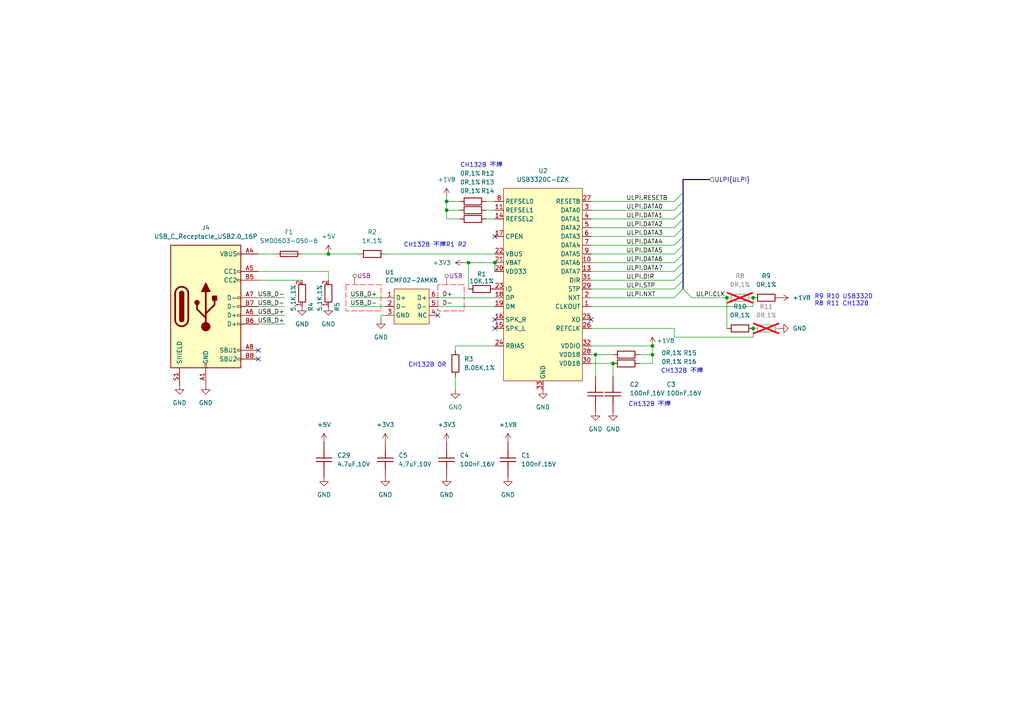
<source format=kicad_sch>
(kicad_sch (version 20250114) (generator "eeschema") (generator_version "9.0")
  (paper "A4")
  (lib_symbols
    (symbol "Connector:USB_C_Receptacle_USB2.0_16P" (pin_names (offset 1.016))
      (property "Reference" "J" (at 0 22.225 0))
      (property "Value" "USB_C_Receptacle_USB2.0_16P" (at 0 19.685 0))
      (symbol "USB_C_Receptacle_USB2.0_16P_0_0"
        (rectangle (start -0.254 -17.78) (end 0.254 -16.764))
        (rectangle (start 10.16 15.494) (end 9.144 14.986))
        (rectangle (start 10.16 10.414) (end 9.144 9.906))
        (rectangle (start 10.16 7.874) (end 9.144 7.366))
        (rectangle (start 10.16 2.794) (end 9.144 2.286))
        (rectangle (start 10.16 0.254) (end 9.144 -0.254))
        (rectangle (start 10.16 -2.286) (end 9.144 -2.794))
        (rectangle (start 10.16 -4.826) (end 9.144 -5.334))
        (rectangle (start 10.16 -12.446) (end 9.144 -12.954))
        (rectangle (start 10.16 -14.986) (end 9.144 -15.494))
      )
      (symbol "USB_C_Receptacle_USB2.0_16P_0_1"
        (rectangle (start -10.16 17.78) (end 10.16 -17.78) (stroke (width 0.254)) (fill (type background)))
        (polyline (pts (xy -8.89 -3.81) (xy -8.89 3.81)) (stroke (width 0.508)))
        (rectangle (start -7.62 -3.81) (end -6.35 3.81) (stroke (width 0.254)) (fill (type outline)))
        (arc (start -7.62 3.81) (mid -6.985 4.4423) (end -6.35 3.81) (stroke (width 0.254)))
        (arc (start -7.62 3.81) (mid -6.985 4.4423) (end -6.35 3.81) (stroke (width 0.254)) (fill (type outline)))
        (arc (start -8.89 3.81) (mid -6.985 5.7067) (end -5.08 3.81) (stroke (width 0.508)))
        (arc (start -5.08 -3.81) (mid -6.985 -5.7067) (end -8.89 -3.81) (stroke (width 0.508)))
        (arc (start -6.35 -3.81) (mid -6.985 -4.4423) (end -7.62 -3.81) (stroke (width 0.254)))
        (arc (start -6.35 -3.81) (mid -6.985 -4.4423) (end -7.62 -3.81) (stroke (width 0.254)) (fill (type outline)))
        (polyline (pts (xy -5.08 3.81) (xy -5.08 -3.81)) (stroke (width 0.508)))
        (circle (center -2.54 1.143) (radius 0.635) (stroke (width 0.254)) (fill (type outline)))
        (polyline (pts (xy -1.27 4.318) (xy 0 6.858) (xy 1.27 4.318) (xy -1.27 4.318)) (stroke (width 0.254)) (fill (type outline)))
        (polyline (pts (xy 0 -2.032) (xy 2.54 0.508) (xy 2.54 1.778)) (stroke (width 0.508)))
        (polyline (pts (xy 0 -3.302) (xy -2.54 -0.762) (xy -2.54 0.508)) (stroke (width 0.508)))
        (polyline (pts (xy 0 -5.842) (xy 0 4.318)) (stroke (width 0.508)))
        (circle (center 0 -5.842) (radius 1.27) (fill (type outline)))
        (rectangle (start 1.905 1.778) (end 3.175 3.048) (stroke (width 0.254)) (fill (type outline)))
      )
      (symbol "USB_C_Receptacle_USB2.0_16P_1_1"
        (pin passive line (at -7.62 -22.86 90) (length 5.08) (name "SHIELD") (number "S1"))
        (pin passive line (at 0 -22.86 90) (length 5.08) (name "GND") (number "A1"))
        (pin passive line (at 0 -22.86 90) (length 5.08) (hide yes) (name "GND") (number "A12"))
        (pin passive line (at 0 -22.86 90) (length 5.08) (hide yes) (name "GND") (number "B1"))
        (pin passive line (at 0 -22.86 90) (length 5.08) (hide yes) (name "GND") (number "B12"))
        (pin passive line (at 15.24 15.24 180) (length 5.08) (name "VBUS") (number "A4"))
        (pin passive line (at 15.24 15.24 180) (length 5.08) (hide yes) (name "VBUS") (number "A9"))
        (pin passive line (at 15.24 15.24 180) (length 5.08) (hide yes) (name "VBUS") (number "B4"))
        (pin passive line (at 15.24 15.24 180) (length 5.08) (hide yes) (name "VBUS") (number "B9"))
        (pin bidirectional line (at 15.24 10.16 180) (length 5.08) (name "CC1") (number "A5"))
        (pin bidirectional line (at 15.24 7.62 180) (length 5.08) (name "CC2") (number "B5"))
        (pin bidirectional line (at 15.24 2.54 180) (length 5.08) (name "D-") (number "A7"))
        (pin bidirectional line (at 15.24 0 180) (length 5.08) (name "D-") (number "B7"))
        (pin bidirectional line (at 15.24 -2.54 180) (length 5.08) (name "D+") (number "A6"))
        (pin bidirectional line (at 15.24 -5.08 180) (length 5.08) (name "D+") (number "B6"))
        (pin bidirectional line (at 15.24 -12.7 180) (length 5.08) (name "SBU1") (number "A8"))
        (pin bidirectional line (at 15.24 -15.24 180) (length 5.08) (name "SBU2") (number "B8"))
      )
    )
    (symbol "HPM6280Foc:0402WGF0000TCE" (pin_numbers (hide yes)) (pin_names (hide yes))
      (property "Reference" "R" (at 0 2.54 0))
      (property "Value" "0R,1%" (at 0 0 0))
      (symbol "0402WGF0000TCE_0_1"
        (rectangle (start 2.54 -1.016) (end -2.54 1.016) (stroke (width 0.254)))
      )
      (symbol "0402WGF0000TCE_1_1"
        (pin passive line (at -3.81 0 0) (length 1.27) (name "~") (number "1"))
        (pin passive line (at 3.81 0 180) (length 1.27) (name "~") (number "2"))
      )
    )
    (symbol "HPM6280Foc:0402WGF1001TCE" (pin_numbers (hide yes)) (pin_names (hide yes))
      (property "Reference" "R" (at 0 2.54 0))
      (property "Value" "1K,1%" (at 0 -2.54 0))
      (symbol "0402WGF1001TCE_0_1"
        (rectangle (start 2.54 -1.016) (end -2.54 1.016) (stroke (width 0.254)))
      )
      (symbol "0402WGF1001TCE_1_1"
        (pin passive line (at -3.81 0 0) (length 1.27) (name "~") (number "1"))
        (pin passive line (at 3.81 0 180) (length 1.27) (name "~") (number "2"))
      )
    )
    (symbol "HPM6280Foc:0402WGF1002TCE" (pin_numbers (hide yes)) (pin_names (hide yes))
      (property "Reference" "R" (at 0 2.54 0))
      (property "Value" "10K,1%" (at 0 0 0))
      (symbol "0402WGF1002TCE_0_1"
        (rectangle (start 2.54 -1.016) (end -2.54 1.016) (stroke (width 0.254)))
      )
      (symbol "0402WGF1002TCE_1_1"
        (pin passive line (at -3.81 0 0) (length 1.27) (name "~") (number "1"))
        (pin passive line (at 3.81 0 180) (length 1.27) (name "~") (number "2"))
      )
    )
    (symbol "HPM6280Foc:0402WGF5101TCE"
      (property "Reference" "R" (at 0 2.54 0))
      (property "Value" "5.1K,1%" (at 0 -2.54 0))
      (symbol "0402WGF5101TCE_0_1"
        (rectangle (start 2.54 -1.016) (end -2.54 1.016) (stroke (width 0.254)))
      )
      (symbol "0402WGF5101TCE_1_1"
        (pin passive line (at -3.81 0 0) (length 1.27) (name "~") (number "1"))
        (pin passive line (at 3.81 0 180) (length 1.27) (name "~") (number "2"))
      )
    )
    (symbol "HPM6280Foc:CC0402KRX7R7BB104"
      (property "Reference" "C" (at -1.27 2.54 0))
      (property "Value" "100nF,16V" (at 0 -3.81 0))
      (symbol "CC0402KRX7R7BB104_1_0"
        (polyline (pts (xy -0.508 2.286) (xy -0.508 -2.286)) (stroke (width 0.254)))
        (polyline (pts (xy -0.508 0) (xy -2.54 0)) (stroke (width 0.254)))
        (polyline (pts (xy 0.508 2.286) (xy 0.508 -2.286)) (stroke (width 0.254)))
        (polyline (pts (xy 0.508 0) (xy 2.54 0)) (stroke (width 0.254)))
        (pin passive line (at -5.08 0 0) (length 2.54) (name "2") (number "2"))
        (pin passive line (at 5.08 0 180) (length 2.54) (name "1") (number "1"))
      )
    )
    (symbol "HPM6280Foc:CL05A475KP5NRNC"
      (property "Reference" "C" (at -1.27 2.54 0))
      (property "Value" "4.7uF,10V" (at 0 -3.81 0))
      (symbol "CL05A475KP5NRNC_1_0"
        (polyline (pts (xy -0.508 2.286) (xy -0.508 -2.286)) (stroke (width 0.254)))
        (polyline (pts (xy -0.508 0) (xy -2.54 0)) (stroke (width 0.254)))
        (polyline (pts (xy 0.508 2.286) (xy 0.508 -2.286)) (stroke (width 0.254)))
        (polyline (pts (xy 0.508 0) (xy 2.54 0)) (stroke (width 0.254)))
        (pin passive line (at -5.08 0 0) (length 2.54) (name "2") (number "2"))
        (pin passive line (at 5.08 0 180) (length 2.54) (name "1") (number "1"))
      )
    )
    (symbol "HPM6280Foc:ECMF02-2AMX6"
      (property "Reference" "U" (at 0 0 0))
      (property "Value" "ECMF02-2AMX6" (at 0 0 0))
      (symbol "ECMF02-2AMX6_0_0"
        (pin unspecified line (at -2.54 -2.54 0) (length 2.54) (name "D+") (number "1"))
        (pin unspecified line (at -2.54 -5.08 0) (length 2.54) (name "D-") (number "2"))
        (pin unspecified line (at -2.54 -7.62 0) (length 2.54) (name "GND") (number "3"))
        (pin unspecified line (at 12.7 -2.54 180) (length 2.54) (name "D+") (number "6"))
        (pin unspecified line (at 12.7 -5.08 180) (length 2.54) (name "D-") (number "5"))
        (pin unspecified line (at 12.7 -7.62 180) (length 2.54) (name "NC") (number "4"))
      )
      (symbol "ECMF02-2AMX6_1_1"
        (rectangle (start 0 0) (end 10.16 -10.16) (fill (type background)))
      )
    )
    (symbol "HPM6280Foc:RC0402FR-078K06L" (pin_numbers (hide yes)) (pin_names (hide yes))
      (property "Reference" "R" (at 0 2.54 0))
      (property "Value" "8.06K,1%" (at 0 0 0))
      (symbol "RC0402FR-078K06L_0_1"
        (rectangle (start 2.54 -1.016) (end -2.54 1.016) (stroke (width 0.254)))
      )
      (symbol "RC0402FR-078K06L_1_1"
        (pin passive line (at -3.81 0 0) (length 1.27) (name "~") (number "1"))
        (pin passive line (at 3.81 0 180) (length 1.27) (name "~") (number "2"))
      )
    )
    (symbol "HPM6280Foc:SMD0603-050-6" (pin_numbers (hide yes)) (pin_names (offset 0))
      (property "Reference" "F" (at 2.032 0 90))
      (property "Value" "SMD0603-050-6" (at -1.905 0 90))
      (symbol "SMD0603-050-6_0_1"
        (rectangle (start -0.762 -2.54) (end 0.762 2.54) (stroke (width 0.254)))
        (polyline (pts (xy 0 2.54) (xy 0 -2.54)))
      )
      (symbol "SMD0603-050-6_1_1"
        (pin passive line (at 0 3.81 270) (length 1.27) (name "~") (number "1"))
        (pin passive line (at 0 -3.81 90) (length 1.27) (name "~") (number "2"))
      )
    )
    (symbol "HPM6280Foc:USB3320C-EZK"
      (property "Reference" "U" (at 9.906 59.944 0))
      (property "Value" "USB3320C-EZK" (at 7.366 57.404 0))
      (symbol "USB3320C-EZK_0_0"
        (pin unspecified line (at -2.54 52.07 0) (length 2.54) (name "REFSEL0") (number "8"))
        (pin unspecified line (at -2.54 49.53 0) (length 2.54) (name "REFSEL1") (number "11"))
        (pin unspecified line (at -2.54 46.99 0) (length 2.54) (name "REFSEL2") (number "14"))
        (pin unspecified line (at -2.54 41.91 0) (length 2.54) (name "CPEN") (number "17"))
        (pin unspecified line (at -2.54 36.83 0) (length 2.54) (name "VBUS") (number "22"))
        (pin unspecified line (at -2.54 34.29 0) (length 2.54) (name "VBAT") (number "21"))
        (pin unspecified line (at -2.54 31.75 0) (length 2.54) (name "VDD33") (number "20"))
        (pin unspecified line (at -2.54 26.67 0) (length 2.54) (name "ID") (number "23"))
        (pin unspecified line (at -2.54 24.13 0) (length 2.54) (name "DP") (number "18"))
        (pin unspecified line (at -2.54 21.59 0) (length 2.54) (name "DM") (number "19"))
        (pin unspecified line (at -2.54 17.78 0) (length 2.54) (name "SPK_R") (number "16"))
        (pin unspecified line (at -2.54 15.24 0) (length 2.54) (name "SPK_L") (number "15"))
        (pin unspecified line (at -2.54 10.16 0) (length 2.54) (name "RBIAS") (number "24"))
        (pin no_connect line (at 10.16 48.26 0) (length 2.54) (hide yes) (name "NC") (number "12"))
        (pin input line (at 11.43 -2.54 90) (length 2.54) (name "GND") (number "33"))
        (pin unspecified line (at 25.4 52.07 180) (length 2.54) (name "RESETB") (number "27"))
        (pin bidirectional line (at 25.4 49.53 180) (length 2.54) (name "DATA0") (number "3"))
        (pin bidirectional line (at 25.4 46.99 180) (length 2.54) (name "DATA1") (number "4"))
        (pin bidirectional line (at 25.4 44.45 180) (length 2.54) (name "DATA2") (number "5"))
        (pin bidirectional line (at 25.4 41.91 180) (length 2.54) (name "DATA3") (number "6"))
        (pin bidirectional line (at 25.4 39.37 180) (length 2.54) (name "DATA4") (number "7"))
        (pin bidirectional line (at 25.4 36.83 180) (length 2.54) (name "DATA5") (number "9"))
        (pin bidirectional line (at 25.4 34.29 180) (length 2.54) (name "DATA6") (number "10"))
        (pin bidirectional line (at 25.4 31.75 180) (length 2.54) (name "DATA7") (number "13"))
        (pin output line (at 25.4 29.21 180) (length 2.54) (name "DIR") (number "31"))
        (pin input line (at 25.4 26.67 180) (length 2.54) (name "STP") (number "29"))
        (pin output line (at 25.4 24.13 180) (length 2.54) (name "NXT") (number "2"))
        (pin bidirectional line (at 25.4 21.59 180) (length 2.54) (name "CLKOUT") (number "1"))
        (pin unspecified line (at 25.4 17.78 180) (length 2.54) (name "XO") (number "25"))
        (pin unspecified line (at 25.4 15.24 180) (length 2.54) (name "REFCLK") (number "26"))
        (pin unspecified line (at 25.4 10.16 180) (length 2.54) (name "VDDIO") (number "32"))
        (pin unspecified line (at 25.4 7.62 180) (length 2.54) (name "VDD18") (number "28"))
        (pin unspecified line (at 25.4 5.08 180) (length 2.54) (name "VDD18") (number "30"))
      )
      (symbol "USB3320C-EZK_0_1"
        (rectangle (start 0 55.88) (end 22.86 0) (fill (type background)))
      )
    )
    (symbol "power:+1V8" (power) (pin_numbers (hide yes)) (pin_names (offset 0) (hide yes))
      (property "Value" "+1V8" (at 0 3.556 0))
      (symbol "+1V8_0_1"
        (polyline (pts (xy -0.762 1.27) (xy 0 2.54)))
        (polyline (pts (xy 0 2.54) (xy 0.762 1.27)))
        (polyline (pts (xy 0 0) (xy 0 2.54)))
      )
      (symbol "+1V8_1_1"
        (pin power_in line (at 0 0 90) (length 0) (name "~") (number "1"))
      )
    )
    (symbol "power:+3V3" (power) (pin_numbers (hide yes)) (pin_names (offset 0) (hide yes))
      (property "Value" "+3V3" (at 0 3.556 0))
      (symbol "+3V3_0_1"
        (polyline (pts (xy -0.762 1.27) (xy 0 2.54)))
        (polyline (pts (xy 0 2.54) (xy 0.762 1.27)))
        (polyline (pts (xy 0 0) (xy 0 2.54)))
      )
      (symbol "+3V3_1_1"
        (pin power_in line (at 0 0 90) (length 0) (name "~") (number "1"))
      )
    )
    (symbol "power:+5V" (power) (pin_numbers (hide yes)) (pin_names (offset 0) (hide yes))
      (property "Value" "+5V" (at 0 3.556 0))
      (symbol "+5V_0_1"
        (polyline (pts (xy -0.762 1.27) (xy 0 2.54)))
        (polyline (pts (xy 0 2.54) (xy 0.762 1.27)))
        (polyline (pts (xy 0 0) (xy 0 2.54)))
      )
      (symbol "+5V_1_1"
        (pin power_in line (at 0 0 90) (length 0) (name "~") (number "1"))
      )
    )
    (symbol "power:GND" (power) (pin_numbers (hide yes)) (pin_names (offset 0) (hide yes))
      (property "Value" "GND" (at 0 -3.81 0))
      (symbol "GND_0_1"
        (polyline (pts (xy 0 0) (xy 0 -1.27) (xy 1.27 -1.27) (xy 0 -2.54) (xy -1.27 -1.27) (xy 0 -1.27)))
      )
      (symbol "GND_1_1"
        (pin power_in line (at 0 0 270) (length 0) (name "~") (number "1"))
      )
    )
  )
  (bus_alias "ULPI" (members "RESETB" "DATA[0..7]" "DIR" "STP" "NXT" "CLK"))
  (text "CH132B 不焊" (at 139.7 48.006 0) (effects (font (size 1.27 1.27))))
  (text "CH132B 不焊" (at 188.468 117.348 0) (effects (font (size 1.27 1.27))))
  (text "CH132B 不焊" (at 197.866 107.696 0) (effects (font (size 1.27 1.27))))
  (text "CH132B 0R" (at 123.952 105.918 0) (effects (font (size 1.27 1.27))))
  (text "CH132B 不焊R1 R2" (at 126.238 71.12 0) (effects (font (size 1.27 1.27))))
  (text "R9 R10 USB3320\nR8 R11 CH132B" (at 236.22 87.122 0) (effects (font (size 1.27 1.27)) (justify left)))
  (junction (at 129.54 58.42))
  (junction (at 210.82 86.36))
  (junction (at 189.23 100.33))
  (junction (at 135.89 76.2))
  (junction (at 218.44 95.25))
  (junction (at 218.44 86.36))
  (junction (at 172.72 102.87))
  (junction (at 177.8 105.41))
  (junction (at 143.51 76.2))
  (junction (at 95.25 73.66))
  (junction (at 129.54 60.96))
  (junction (at 189.23 102.87))
  (no_connect (at 74.93 101.6))
  (no_connect (at 143.51 68.58))
  (no_connect (at 127 91.44))
  (no_connect (at 143.51 92.71))
  (no_connect (at 143.51 95.25))
  (no_connect (at 171.45 92.71))
  (no_connect (at 74.93 104.14))
  (bus_entry (at 195.58 58.42) (size 2.54 -2.54))
  (bus_entry (at 195.58 83.82) (size 2.54 -2.54))
  (bus_entry (at 195.58 86.36) (size 2.54 -2.54))
  (bus_entry (at 195.58 73.66) (size 2.54 -2.54))
  (bus_entry (at 195.58 66.04) (size 2.54 -2.54))
  (bus_entry (at 195.58 63.5) (size 2.54 -2.54))
  (bus_entry (at 195.58 78.74) (size 2.54 -2.54))
  (bus_entry (at 195.58 68.58) (size 2.54 -2.54))
  (bus_entry (at 195.58 71.12) (size 2.54 -2.54))
  (bus_entry (at 195.58 60.96) (size 2.54 -2.54))
  (bus_entry (at 200.66 86.36) (size -2.54 -2.54))
  (bus_entry (at 195.58 76.2) (size 2.54 -2.54))
  (bus_entry (at 195.58 81.28) (size 2.54 -2.54))
  (wire (pts (xy 110.49 91.44) (xy 111.76 91.44)))
  (wire (pts (xy 135.89 76.2) (xy 135.89 83.82)))
  (wire (pts (xy 132.08 100.33) (xy 132.08 101.6)))
  (wire (pts (xy 134.62 76.2) (xy 135.89 76.2)))
  (wire (pts (xy 195.58 60.96) (xy 171.45 60.96)))
  (wire (pts (xy 74.93 78.74) (xy 95.25 78.74)))
  (wire (pts (xy 172.72 102.87) (xy 172.72 109.22)))
  (wire (pts (xy 195.58 81.28) (xy 171.45 81.28)))
  (wire (pts (xy 195.58 78.74) (xy 171.45 78.74)))
  (wire (pts (xy 195.58 58.42) (xy 171.45 58.42)))
  (wire (pts (xy 95.25 78.74) (xy 95.25 81.28)))
  (wire (pts (xy 171.45 88.9) (xy 218.44 88.9)))
  (bus (pts (xy 198.12 52.07) (xy 205.74 52.07)))
  (wire (pts (xy 171.45 105.41) (xy 177.8 105.41)))
  (wire (pts (xy 210.82 86.36) (xy 210.82 95.25)))
  (wire (pts (xy 189.23 105.41) (xy 189.23 102.87)))
  (wire (pts (xy 104.14 73.66) (xy 95.25 73.66)))
  (wire (pts (xy 135.89 76.2) (xy 143.51 76.2)))
  (wire (pts (xy 195.58 83.82) (xy 171.45 83.82)))
  (wire (pts (xy 127 86.36) (xy 143.51 86.36)))
  (bus (pts (xy 198.12 73.66) (xy 198.12 71.12)))
  (wire (pts (xy 101.6 88.9) (xy 111.76 88.9)))
  (wire (pts (xy 195.58 63.5) (xy 171.45 63.5)))
  (wire (pts (xy 143.51 63.5) (xy 140.97 63.5)))
  (wire (pts (xy 195.58 86.36) (xy 171.45 86.36)))
  (wire (pts (xy 218.44 97.79) (xy 218.44 95.25)))
  (wire (pts (xy 74.93 81.28) (xy 87.63 81.28)))
  (wire (pts (xy 189.23 100.33) (xy 189.23 102.87)))
  (wire (pts (xy 129.54 60.96) (xy 133.35 60.96)))
  (wire (pts (xy 200.66 86.36) (xy 210.82 86.36)))
  (bus (pts (xy 198.12 66.04) (xy 198.12 63.5)))
  (wire (pts (xy 140.97 60.96) (xy 143.51 60.96)))
  (wire (pts (xy 87.63 73.66) (xy 95.25 73.66)))
  (bus (pts (xy 198.12 63.5) (xy 198.12 60.96)))
  (wire (pts (xy 177.8 105.41) (xy 177.8 109.22)))
  (wire (pts (xy 195.58 71.12) (xy 171.45 71.12)))
  (wire (pts (xy 110.49 92.71) (xy 110.49 91.44)))
  (wire (pts (xy 185.42 105.41) (xy 189.23 105.41)))
  (wire (pts (xy 195.58 68.58) (xy 171.45 68.58)))
  (wire (pts (xy 129.54 58.42) (xy 133.35 58.42)))
  (wire (pts (xy 82.55 93.98) (xy 74.93 93.98)))
  (wire (pts (xy 82.55 86.36) (xy 74.93 86.36)))
  (wire (pts (xy 82.55 91.44) (xy 74.93 91.44)))
  (wire (pts (xy 140.97 58.42) (xy 143.51 58.42)))
  (wire (pts (xy 129.54 58.42) (xy 129.54 57.15)))
  (wire (pts (xy 195.58 97.79) (xy 218.44 97.79)))
  (wire (pts (xy 111.76 73.66) (xy 143.51 73.66)))
  (wire (pts (xy 127 88.9) (xy 143.51 88.9)))
  (wire (pts (xy 143.51 100.33) (xy 132.08 100.33)))
  (bus (pts (xy 198.12 55.88) (xy 198.12 52.07)))
  (bus (pts (xy 198.12 78.74) (xy 198.12 76.2)))
  (wire (pts (xy 218.44 88.9) (xy 218.44 86.36)))
  (bus (pts (xy 198.12 60.96) (xy 198.12 58.42)))
  (wire (pts (xy 82.55 88.9) (xy 74.93 88.9)))
  (wire (pts (xy 133.35 63.5) (xy 129.54 63.5)))
  (bus (pts (xy 198.12 81.28) (xy 198.12 78.74)))
  (wire (pts (xy 172.72 102.87) (xy 177.8 102.87)))
  (bus (pts (xy 198.12 71.12) (xy 198.12 68.58)))
  (wire (pts (xy 185.42 102.87) (xy 189.23 102.87)))
  (wire (pts (xy 171.45 95.25) (xy 195.58 95.25)))
  (bus (pts (xy 198.12 58.42) (xy 198.12 55.88)))
  (wire (pts (xy 80.01 73.66) (xy 74.93 73.66)))
  (wire (pts (xy 195.58 95.25) (xy 195.58 97.79)))
  (wire (pts (xy 129.54 63.5) (xy 129.54 60.96)))
  (wire (pts (xy 195.58 76.2) (xy 171.45 76.2)))
  (wire (pts (xy 101.6 86.36) (xy 111.76 86.36)))
  (bus (pts (xy 198.12 83.82) (xy 198.12 81.28)))
  (bus (pts (xy 198.12 68.58) (xy 198.12 66.04)))
  (wire (pts (xy 171.45 102.87) (xy 172.72 102.87)))
  (bus (pts (xy 198.12 76.2) (xy 198.12 73.66)))
  (wire (pts (xy 195.58 66.04) (xy 171.45 66.04)))
  (wire (pts (xy 171.45 100.33) (xy 189.23 100.33)))
  (wire (pts (xy 129.54 58.42) (xy 129.54 60.96)))
  (wire (pts (xy 143.51 76.2) (xy 143.51 78.74)))
  (wire (pts (xy 195.58 73.66) (xy 171.45 73.66)))
  (wire (pts (xy 132.08 113.03) (xy 132.08 109.22)))
  (label "ULPI.STP" (at 181.61 83.82 0))
  (label "ULPI.DATA2" (at 181.61 66.04 0))
  (label "ULPI.CLK" (at 201.7932 86.36 0))
  (label "USB_D+" (at 82.55 91.44 180))
  (label "USB_D-" (at 82.55 86.36 180))
  (label "USB_D+" (at 82.55 93.98 180))
  (label "ULPI.NXT" (at 181.61 86.36 0))
  (label "USB_D+" (at 101.6 86.36 0))
  (label "D-" (at 128.27 88.9 0))
  (label "ULPI.DATA3" (at 181.61 68.58 0))
  (label "ULPI.DATA7" (at 181.61 78.74 0))
  (label "ULPI.DATA5" (at 181.61 73.66 0))
  (label "D+" (at 128.27 86.36 0))
  (label "ULPI.DATA4" (at 181.61 71.12 0))
  (label "USB_D-" (at 82.55 88.9 180))
  (label "ULPI.DATA0" (at 181.61 60.96 0))
  (label "ULPI.RESETB" (at 181.61 58.42 0))
  (label "USB_D-" (at 101.6 88.9 0))
  (label "ULPI.DIR" (at 181.61 81.28 0))
  (label "ULPI.DATA6" (at 181.61 76.2 0))
  (label "ULPI.DATA1" (at 181.61 63.5 0))
  (hierarchical_label "ULPI{ULPI}" (shape input) (at 205.74 52.07 0))
  (rule_area (polyline (pts (xy 100.33 82.55) (xy 100.33 90.17) (xy 110.49 90.17) (xy 110.49 82.55) (xy 107.95 82.55)) (stroke (width 0) (type dash))))
  (rule_area (polyline (pts (xy 127 82.55) (xy 127 90.17) (xy 134.62 90.17) (xy 134.62 82.55) (xy 134.62 82.55)) (stroke (width 0) (type dash))))
  (netclass_flag "" (length 2.54) (shape round) (at 102.87 82.55 0) (property "Netclass" "USB" (at 103.5685 80.01 0) (effects (justify left))))
  (netclass_flag "" (length 2.54) (shape round) (at 129.54 82.55 0) (property "Netclass" "USB" (at 130.2385 80.01 0) (effects (justify left))))
  (symbol (lib_id "power:GND") (at 147.32 138.43 0) (unit 1)
    (property "Reference" "#PWR011" (effects (hide yes)))
    (property "Value" "GND" (at 147.32 143.51 0))
    (property "Description" "Power symbol creates a global label with name \"GND\" , ground" (effects (hide yes)))
  )
  (symbol (lib_id "HPM6280Foc:0402WGF0000TCE") (at 214.63 86.36 0) (unit 1) (dnp yes)
    (property "Reference" "R8" (at 214.63 80.01 0))
    (property "Value" "0R,1%" (at 214.63 82.55 0))
    (property "Footprint" "Resistor_SMD:R_0402_1005Metric" (effects (hide yes)))
    (property "Datasheet" "https://item.szlcsc.com/datasheet/0402WGF0000TCE/17853.html?spm=sc.it.xds.a___sc.cidn.xh18.zy.n&lcsc_vid=RFBZU1BXFlVXXwIAFldZUQYEEwRfUwFQQVdcX1JeQ1cxVlNSTldbUVNeRVNbXjtW" (effects (hide yes)))
    (property "Description" "0Ω ±1% 62.5mW 厚膜电阻" (effects (hide yes)))
    (property "华秋编号" "G0063276" (effects (hide yes)))
    (property "立创编号" "C17168" (effects (hide yes)))
  )
  (symbol (lib_id "power:GND") (at 111.76 138.43 0) (unit 1)
    (property "Reference" "#PWR020" (effects (hide yes)))
    (property "Value" "GND" (at 111.76 143.51 0))
    (property "Description" "Power symbol creates a global label with name \"GND\" , ground" (effects (hide yes)))
  )
  (symbol (lib_id "HPM6280Foc:0402WGF0000TCE") (at 181.61 105.41 0) (unit 1)
    (property "Reference" "R16" (at 200.152 104.902 0))
    (property "Value" "0R,1%" (at 194.818 104.902 0))
    (property "Footprint" "Resistor_SMD:R_0402_1005Metric" (effects (hide yes)))
    (property "Datasheet" "https://item.szlcsc.com/datasheet/0402WGF0000TCE/17853.html?spm=sc.it.xds.a___sc.cidn.xh18.zy.n&lcsc_vid=RFBZU1BXFlVXXwIAFldZUQYEEwRfUwFQQVdcX1JeQ1cxVlNSTldbUVNeRVNbXjtW" (effects (hide yes)))
    (property "Description" "0Ω ±1% 62.5mW 厚膜电阻" (effects (hide yes)))
    (property "华秋编号" "G0063276" (effects (hide yes)))
    (property "立创编号" "C17168" (effects (hide yes)))
  )
  (symbol (lib_id "HPM6280Foc:SMD0603-050-6") (at 83.82 73.66 90) (unit 1)
    (property "Reference" "F1" (at 83.82 67.31 90))
    (property "Value" "SMD0603-050-6" (at 83.82 69.85 90))
    (property "Footprint" "Fuse:Fuse_0603_1608Metric" (effects (hide yes)))
    (property "Datasheet" "https://item.szlcsc.com/datasheet/SMD0603-050-6/48798668.html?spm=sc.it.xds.a___sc.gbn.xh1.zy.n&lcsc_vid=RFRfBVcDE1AKVwFQFlNZVFdVEVVeBlJXT1hWXgUERFUxVlNTR1lZV1xVQVRdXjsOAxUeFF5JWAgaAglIBBsCBBcFWQIBCks%3D" (effects (hide yes)))
    (property "Description" "6V 500mA 自恢复保险丝" (effects (hide yes)))
    (property "立创编号" "C46640962" (effects (hide yes)))
  )
  (symbol (lib_id "power:+5V") (at 95.25 73.66 0) (unit 1)
    (property "Reference" "#PWR018" (effects (hide yes)))
    (property "Value" "+5V" (at 95.25 68.58 0))
    (property "Description" "Power symbol creates a global label with name \"+5V\"" (effects (hide yes)))
  )
  (symbol (lib_id "power:+3V3") (at 129.54 128.27 0) (unit 1)
    (property "Reference" "#PWR19" (effects (hide yes)))
    (property "Value" "+3V3" (at 129.54 123.19 0))
    (property "Description" "Power symbol creates a global label with name \"+3V3\"" (effects (hide yes)))
  )
  (symbol (lib_id "power:+1V8") (at 129.54 57.15 0) (unit 1)
    (property "Reference" "#PWR06" (effects (hide yes)))
    (property "Value" "+1V8" (at 129.54 52.07 0))
    (property "Description" "Power symbol creates a global label with name \"+1V8\"" (effects (hide yes)))
  )
  (symbol (lib_id "power:GND") (at 52.07 111.76 0) (unit 1)
    (property "Reference" "#PWR02" (effects (hide yes)))
    (property "Value" "GND" (at 52.07 116.84 0))
    (property "Description" "Power symbol creates a global label with name \"GND\" , ground" (effects (hide yes)))
  )
  (symbol (lib_id "power:+1V8") (at 147.32 128.27 0) (unit 1)
    (property "Reference" "#PWR010" (effects (hide yes)))
    (property "Value" "+1V8" (at 147.32 123.19 0))
    (property "Description" "Power symbol creates a global label with name \"+1V8\"" (effects (hide yes)))
  )
  (symbol (lib_id "power:GND") (at 93.98 138.43 0) (unit 1)
    (property "Reference" "#PWR0105" (effects (hide yes)))
    (property "Value" "GND" (at 93.98 143.51 0))
    (property "Description" "Power symbol creates a global label with name \"GND\" , ground" (effects (hide yes)))
  )
  (symbol (lib_id "power:GND") (at 157.48 113.03 0) (unit 1)
    (property "Reference" "#PWR01" (effects (hide yes)))
    (property "Value" "GND" (at 157.48 118.11 0))
    (property "Description" "Power symbol creates a global label with name \"GND\" , ground" (effects (hide yes)))
  )
  (symbol (lib_id "HPM6280Foc:RC0402FR-078K06L") (at 132.08 105.41 90) (unit 1)
    (property "Reference" "R3" (at 134.62 104.1399 90) (effects (justify right)))
    (property "Value" "8.06K,1%" (at 134.62 106.6799 90) (effects (justify right)))
    (property "Footprint" "Resistor_SMD:R_0402_1005Metric" (effects (hide yes)))
    (property "Description" "厚膜电阻 8.06kΩ ±1% 62.5mW" (effects (hide yes)))
    (property "立创编号" "C276278" (effects (hide yes)))
  )
  (symbol (lib_id "HPM6280Foc:CL05A475KP5NRNC") (at 93.98 133.35 90) (unit 1)
    (property "Reference" "C29" (at 97.79 132.0799 90) (effects (justify right)))
    (property "Value" "4.7uF,10V" (at 97.79 134.6199 90) (effects (justify right)))
    (property "Footprint" "Capacitor_SMD:C_0402_1005Metric" (effects (hide yes)))
    (property "华秋编号" "G0087913" (effects (hide yes)))
    (property "立创编号" "C368809" (effects (hide yes)))
    (property "制造商" "SAMSUNG(三星)" (effects (hide yes)))
  )
  (symbol (lib_id "HPM6280Foc:CC0402KRX7R7BB104") (at 147.32 133.35 90) (unit 1)
    (property "Reference" "C1" (at 151.13 132.0799 90) (effects (justify right)))
    (property "Value" "100nF,16V" (at 151.13 134.6199 90) (effects (justify right)))
    (property "Footprint" "Capacitor_SMD:C_0402_1005Metric" (effects (hide yes)))
    (property "华秋编号" "G0042289" (effects (hide yes)))
    (property "立创编号" "C60474" (effects (hide yes)))
    (property "制造商" "YAGEO(国巨)" (effects (hide yes)))
  )
  (symbol (lib_id "HPM6280Foc:0402WGF5101TCE") (at 95.25 85.09 90) (unit 1)
    (property "Reference" "R5" (at 97.79 87.63 0) (effects (justify right)))
    (property "Value" "5.1K,1%" (at 92.71 82.55 0) (effects (justify right)))
    (property "Footprint" "Resistor_SMD:R_0402_1005Metric" (effects (hide yes)))
    (property "供应商编号" "C25905" (effects (hide yes)))
  )
  (symbol (lib_id "HPM6280Foc:0402WGF0000TCE") (at 222.25 95.25 0) (unit 1) (dnp yes)
    (property "Reference" "R11" (at 222.25 88.9 0))
    (property "Value" "0R,1%" (at 222.25 91.44 0))
    (property "Footprint" "Resistor_SMD:R_0402_1005Metric" (effects (hide yes)))
    (property "Datasheet" "https://item.szlcsc.com/datasheet/0402WGF0000TCE/17853.html?spm=sc.it.xds.a___sc.cidn.xh18.zy.n&lcsc_vid=RFBZU1BXFlVXXwIAFldZUQYEEwRfUwFQQVdcX1JeQ1cxVlNSTldbUVNeRVNbXjtW" (effects (hide yes)))
    (property "Description" "0Ω ±1% 62.5mW 厚膜电阻" (effects (hide yes)))
    (property "华秋编号" "G0063276" (effects (hide yes)))
    (property "立创编号" "C17168" (effects (hide yes)))
  )
  (symbol (lib_id "power:GND") (at 172.72 119.38 0) (unit 1)
    (property "Reference" "#PWR013" (effects (hide yes)))
    (property "Value" "GND" (at 172.72 124.46 0))
    (property "Description" "Power symbol creates a global label with name \"GND\" , ground" (effects (hide yes)))
  )
  (symbol (lib_id "HPM6280Foc:CC0402KRX7R7BB104") (at 129.54 133.35 90) (unit 1)
    (property "Reference" "C4" (at 133.35 132.0799 90) (effects (justify right)))
    (property "Value" "100nF,16V" (at 133.35 134.6199 90) (effects (justify right)))
    (property "Footprint" "Capacitor_SMD:C_0402_1005Metric" (effects (hide yes)))
    (property "华秋编号" "G0042289" (effects (hide yes)))
    (property "立创编号" "C60474" (effects (hide yes)))
    (property "制造商" "YAGEO(国巨)" (effects (hide yes)))
  )
  (symbol (lib_id "power:GND") (at 59.69 111.76 0) (unit 1)
    (property "Reference" "#PWR03" (effects (hide yes)))
    (property "Value" "GND" (at 59.69 116.84 0))
    (property "Description" "Power symbol creates a global label with name \"GND\" , ground" (effects (hide yes)))
  )
  (symbol (lib_id "Connector:USB_C_Receptacle_USB2.0_16P") (at 59.69 88.9 0) (unit 1)
    (property "Reference" "J4" (at 59.69 66.04 0))
    (property "Value" "USB_C_Receptacle_USB2.0_16P" (at 59.69 68.58 0))
    (property "Footprint" "Connector_USB:USB_C_Receptacle_HRO_TYPE-C-31-M-12" (effects (hide yes)))
    (property "Datasheet" "https://www.usb.org/sites/default/files/documents/usb_type-c.zip" (effects (hide yes)))
    (property "Description" "USB 2.0-only 16P Type-C Receptacle connector" (effects (hide yes)))
    (property "供应商编号" "C2987387" (effects (hide yes)))
  )
  (symbol (lib_id "HPM6280Foc:CC0402KRX7R7BB104") (at 172.72 114.3 90) (unit 1)
    (property "Reference" "C2" (at 182.626 111.506 90) (effects (justify right)))
    (property "Value" "100nF,16V" (at 182.626 114.046 90) (effects (justify right)))
    (property "Footprint" "Capacitor_SMD:C_0402_1005Metric" (effects (hide yes)))
    (property "华秋编号" "G0042289" (effects (hide yes)))
    (property "立创编号" "C60474" (effects (hide yes)))
    (property "制造商" "YAGEO(国巨)" (effects (hide yes)))
  )
  (symbol (lib_id "HPM6280Foc:0402WGF0000TCE") (at 137.16 63.5 0) (unit 1)
    (property "Reference" "R14" (at 141.478 55.372 0))
    (property "Value" "0R,1%" (at 136.398 55.372 0))
    (property "Footprint" "Resistor_SMD:R_0402_1005Metric" (effects (hide yes)))
    (property "Datasheet" "https://item.szlcsc.com/datasheet/0402WGF0000TCE/17853.html?spm=sc.it.xds.a___sc.cidn.xh18.zy.n&lcsc_vid=RFBZU1BXFlVXXwIAFldZUQYEEwRfUwFQQVdcX1JeQ1cxVlNSTldbUVNeRVNbXjtW" (effects (hide yes)))
    (property "Description" "0Ω ±1% 62.5mW 厚膜电阻" (effects (hide yes)))
    (property "华秋编号" "G0063276" (effects (hide yes)))
    (property "立创编号" "C17168" (effects (hide yes)))
  )
  (symbol (lib_id "HPM6280Foc:0402WGF0000TCE") (at 214.63 95.25 0) (unit 1)
    (property "Reference" "R10" (at 214.63 88.9 0))
    (property "Value" "0R,1%" (at 214.63 91.44 0))
    (property "Footprint" "Resistor_SMD:R_0402_1005Metric" (effects (hide yes)))
    (property "Datasheet" "https://item.szlcsc.com/datasheet/0402WGF0000TCE/17853.html?spm=sc.it.xds.a___sc.cidn.xh18.zy.n&lcsc_vid=RFBZU1BXFlVXXwIAFldZUQYEEwRfUwFQQVdcX1JeQ1cxVlNSTldbUVNeRVNbXjtW" (effects (hide yes)))
    (property "Description" "0Ω ±1% 62.5mW 厚膜电阻" (effects (hide yes)))
    (property "华秋编号" "G0063276" (effects (hide yes)))
    (property "立创编号" "C17168" (effects (hide yes)))
  )
  (symbol (lib_id "power:GND") (at 132.08 113.03 0) (unit 1)
    (property "Reference" "#PWR09" (effects (hide yes)))
    (property "Value" "GND" (at 132.08 118.11 0))
    (property "Description" "Power symbol creates a global label with name \"GND\" , ground" (effects (hide yes)))
  )
  (symbol (lib_id "HPM6280Foc:0402WGF0000TCE") (at 137.16 58.42 0) (unit 1)
    (property "Reference" "R12" (at 141.478 50.292 0))
    (property "Value" "0R,1%" (at 136.398 50.292 0))
    (property "Footprint" "Resistor_SMD:R_0402_1005Metric" (effects (hide yes)))
    (property "Datasheet" "https://item.szlcsc.com/datasheet/0402WGF0000TCE/17853.html?spm=sc.it.xds.a___sc.cidn.xh18.zy.n&lcsc_vid=RFBZU1BXFlVXXwIAFldZUQYEEwRfUwFQQVdcX1JeQ1cxVlNSTldbUVNeRVNbXjtW" (effects (hide yes)))
    (property "Description" "0Ω ±1% 62.5mW 厚膜电阻" (effects (hide yes)))
    (property "华秋编号" "G0063276" (effects (hide yes)))
    (property "立创编号" "C17168" (effects (hide yes)))
  )
  (symbol (lib_id "power:GND") (at 129.54 138.43 0) (unit 1)
    (property "Reference" "#PWR017" (effects (hide yes)))
    (property "Value" "GND" (at 129.54 143.51 0))
    (property "Description" "Power symbol creates a global label with name \"GND\" , ground" (effects (hide yes)))
  )
  (symbol (lib_id "power:GND") (at 87.63 88.9 0) (unit 1)
    (property "Reference" "#PWR021" (effects (hide yes)))
    (property "Value" "GND" (at 87.63 93.98 0))
    (property "Description" "Power symbol creates a global label with name \"GND\" , ground" (effects (hide yes)))
  )
  (symbol (lib_id "HPM6280Foc:0402WGF0000TCE") (at 222.25 86.36 0) (unit 1)
    (property "Reference" "R9" (at 222.25 80.01 0))
    (property "Value" "0R,1%" (at 222.25 82.55 0))
    (property "Footprint" "Resistor_SMD:R_0402_1005Metric" (effects (hide yes)))
    (property "Datasheet" "https://item.szlcsc.com/datasheet/0402WGF0000TCE/17853.html?spm=sc.it.xds.a___sc.cidn.xh18.zy.n&lcsc_vid=RFBZU1BXFlVXXwIAFldZUQYEEwRfUwFQQVdcX1JeQ1cxVlNSTldbUVNeRVNbXjtW" (effects (hide yes)))
    (property "Description" "0Ω ±1% 62.5mW 厚膜电阻" (effects (hide yes)))
    (property "华秋编号" "G0063276" (effects (hide yes)))
    (property "立创编号" "C17168" (effects (hide yes)))
  )
  (symbol (lib_id "HPM6280Foc:0402WGF0000TCE") (at 181.61 102.87 0) (unit 1)
    (property "Reference" "R15" (at 200.152 102.362 0))
    (property "Value" "0R,1%" (at 194.818 102.362 0))
    (property "Footprint" "Resistor_SMD:R_0402_1005Metric" (effects (hide yes)))
    (property "Datasheet" "https://item.szlcsc.com/datasheet/0402WGF0000TCE/17853.html?spm=sc.it.xds.a___sc.cidn.xh18.zy.n&lcsc_vid=RFBZU1BXFlVXXwIAFldZUQYEEwRfUwFQQVdcX1JeQ1cxVlNSTldbUVNeRVNbXjtW" (effects (hide yes)))
    (property "Description" "0Ω ±1% 62.5mW 厚膜电阻" (effects (hide yes)))
    (property "华秋编号" "G0063276" (effects (hide yes)))
    (property "立创编号" "C17168" (effects (hide yes)))
  )
  (symbol (lib_id "HPM6280Foc:0402WGF0000TCE") (at 137.16 60.96 0) (unit 1)
    (property "Reference" "R13" (at 141.478 52.832 0))
    (property "Value" "0R,1%" (at 136.398 52.832 0))
    (property "Footprint" "Resistor_SMD:R_0402_1005Metric" (effects (hide yes)))
    (property "Datasheet" "https://item.szlcsc.com/datasheet/0402WGF0000TCE/17853.html?spm=sc.it.xds.a___sc.cidn.xh18.zy.n&lcsc_vid=RFBZU1BXFlVXXwIAFldZUQYEEwRfUwFQQVdcX1JeQ1cxVlNSTldbUVNeRVNbXjtW" (effects (hide yes)))
    (property "Description" "0Ω ±1% 62.5mW 厚膜电阻" (effects (hide yes)))
    (property "华秋编号" "G0063276" (effects (hide yes)))
    (property "立创编号" "C17168" (effects (hide yes)))
  )
  (symbol (lib_id "power:+1V8") (at 226.06 86.36 270) (unit 1)
    (property "Reference" "#PWR05" (effects (hide yes)))
    (property "Value" "+1V8" (at 229.87 86.3599 90) (effects (justify left)))
    (property "Description" "Power symbol creates a global label with name \"+1V8\"" (effects (hide yes)))
  )
  (symbol (lib_id "HPM6280Foc:ECMF02-2AMX6") (at 114.3 83.82 0) (unit 1)
    (property "Reference" "U1" (at 113.03 78.994 0))
    (property "Value" "ECMF02-2AMX6" (at 119.38 81.28 0))
    (property "Footprint" "Package_DFN_QFN:ST_UQFN-6L_1.5x1.7mm_P0.5mm" (effects (hide yes)))
    (property "Datasheet" "https://item.szlcsc.com/datasheet/ECMF02-2AMX6/2743053.html?spm=sc.it.xds.a___sc.gbn.xh1.zy.t&lcsc_vid=RFRfBVcDE1AKVwFQFlNZVFdVEVVeBlJXT1hWXgUERFUxVlNTRVJXU1BQR1ZYVjtW" (effects (hide yes)))
    (property "Description" "USB 2.0和MIPI/MDDI接口的共模滤波器和ESD保护" (effects (hide yes)))
    (property "立创编号" "C2651144" (effects (hide yes)))
  )
  (symbol (lib_id "power:+3V3") (at 111.76 128.27 0) (unit 1)
    (property "Reference" "#PWR16" (effects (hide yes)))
    (property "Value" "+3V3" (at 111.76 123.19 0))
    (property "Description" "Power symbol creates a global label with name \"+3V3\"" (effects (hide yes)))
  )
  (symbol (lib_id "power:+5V") (at 93.98 128.27 0) (unit 1)
    (property "Reference" "#PWR0104" (effects (hide yes)))
    (property "Value" "+5V" (at 93.98 123.19 0))
    (property "Description" "Power symbol creates a global label with name \"+5V\"" (effects (hide yes)))
  )
  (symbol (lib_id "HPM6280Foc:USB3320C-EZK") (at 146.05 110.49 0) (unit 1)
    (property "Reference" "U2" (at 157.48 49.53 0))
    (property "Value" "USB3320C-EZK" (at 157.48 52.07 0))
    (property "Footprint" "Package_DFN_QFN:QFN-32-1EP_5x5mm_P0.5mm_EP3.1x3.1mm" (effects (hide yes)))
    (property "Datasheet" "https://www.microchip.com/en-us/product/usb3320" (effects (hide yes)))
    (property "Description" "高度集成的全功能高速USB 2.0 ULPI收发器" (effects (hide yes)))
    (property "立创编号" "C132156" (effects (hide yes)))
  )
  (symbol (lib_id "HPM6280Foc:0402WGF5101TCE") (at 87.63 85.09 90) (unit 1)
    (property "Reference" "R4" (at 90.17 87.63 0) (effects (justify right)))
    (property "Value" "5.1K,1%" (at 85.09 82.55 0) (effects (justify right)))
    (property "Footprint" "Resistor_SMD:R_0402_1005Metric" (effects (hide yes)))
    (property "供应商编号" "C25905" (effects (hide yes)))
  )
  (symbol (lib_id "power:GND") (at 226.06 95.25 90) (unit 1)
    (property "Reference" "#PWR077" (effects (hide yes)))
    (property "Value" "GND" (at 229.87 95.2499 90) (effects (justify right)))
    (property "Description" "Power symbol creates a global label with name \"GND\" , ground" (effects (hide yes)))
  )
  (symbol (lib_id "HPM6280Foc:CL05A475KP5NRNC") (at 111.76 133.35 90) (unit 1)
    (property "Reference" "C5" (at 115.57 132.0799 90) (effects (justify right)))
    (property "Value" "4.7uF,10V" (at 115.57 134.6199 90) (effects (justify right)))
    (property "Footprint" "Capacitor_SMD:C_0402_1005Metric" (effects (hide yes)))
    (property "华秋编号" "G0087913" (effects (hide yes)))
    (property "立创编号" "C368809" (effects (hide yes)))
    (property "制造商" "SAMSUNG(三星)" (effects (hide yes)))
  )
  (symbol (lib_id "HPM6280Foc:0402WGF1001TCE") (at 107.95 73.66 0) (unit 1)
    (property "Reference" "R2" (at 107.95 67.31 0))
    (property "Value" "1K,1%" (at 107.95 69.85 0))
    (property "Footprint" "Resistor_SMD:R_0402_1005Metric" (effects (hide yes)))
    (property "华秋编号" "G0063277" (effects (hide yes)))
    (property "立创编号" "C11702" (effects (hide yes)))
  )
  (symbol (lib_id "HPM6280Foc:0402WGF1002TCE") (at 139.7 83.82 0) (unit 1)
    (property "Reference" "R1" (at 139.7 79.502 0))
    (property "Value" "10K,1%" (at 139.7 81.534 0))
    (property "Footprint" "Resistor_SMD:R_0402_1005Metric" (effects (hide yes)))
    (property "Datasheet" "https://atta.szlcsc.com/upload/public/pdf/source/20200306/C422600_1E6D84923E4A46A82E41ADD87F860B5C.pdf" (effects (hide yes)))
    (property "华秋编号" "G0063278" (effects (hide yes)))
    (property "立创编号" "C25744" (effects (hide yes)))
  )
  (symbol (lib_id "power:GND") (at 95.25 88.9 0) (unit 1)
    (property "Reference" "#PWR025" (effects (hide yes)))
    (property "Value" "GND" (at 95.25 93.98 0))
    (property "Description" "Power symbol creates a global label with name \"GND\" , ground" (effects (hide yes)))
  )
  (symbol (lib_id "power:+1V8") (at 189.23 100.33 0) (unit 1)
    (property "Reference" "#PWR07" (effects (hide yes)))
    (property "Value" "+1V8" (at 193.04 98.806 0))
    (property "Description" "Power symbol creates a global label with name \"+1V8\"" (effects (hide yes)))
  )
  (symbol (lib_id "power:GND") (at 177.8 119.38 0) (unit 1)
    (property "Reference" "#PWR015" (effects (hide yes)))
    (property "Value" "GND" (at 177.8 124.46 0))
    (property "Description" "Power symbol creates a global label with name \"GND\" , ground" (effects (hide yes)))
  )
  (symbol (lib_id "HPM6280Foc:CC0402KRX7R7BB104") (at 177.8 114.3 90) (unit 1)
    (property "Reference" "C3" (at 193.294 111.506 90) (effects (justify right)))
    (property "Value" "100nF,16V" (at 193.294 114.046 90) (effects (justify right)))
    (property "Footprint" "Capacitor_SMD:C_0402_1005Metric" (effects (hide yes)))
    (property "华秋编号" "G0042289" (effects (hide yes)))
    (property "立创编号" "C60474" (effects (hide yes)))
    (property "制造商" "YAGEO(国巨)" (effects (hide yes)))
  )
  (symbol (lib_id "power:+3V3") (at 134.62 76.2 90) (unit 1)
    (property "Reference" "#PWR8" (effects (hide yes)))
    (property "Value" "+3V3" (at 130.81 76.1999 90) (effects (justify left)))
    (property "Description" "Power symbol creates a global label with name \"+3V3\"" (effects (hide yes)))
  )
  (symbol (lib_id "power:GND") (at 110.49 92.71 0) (unit 1)
    (property "Reference" "#PWR04" (effects (hide yes)))
    (property "Value" "GND" (at 110.49 97.79 0))
    (property "Description" "Power symbol creates a global label with name \"GND\" , ground" (effects (hide yes)))
  )
)
</source>
